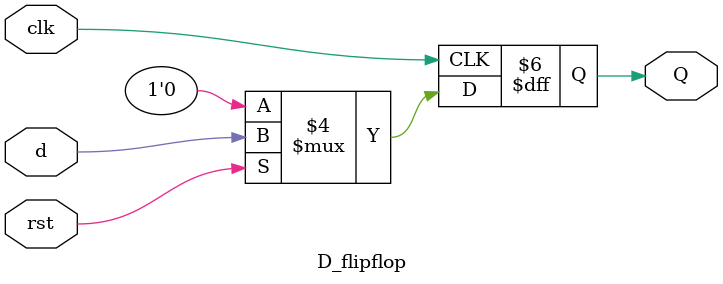
<source format=v>
module D_flipflop (
  
  
  input clk, rst, d, 
  
  output reg Q
  
); 
  
  
  
  always @(posedge clk) begin 
    if(!rst) begin 
      Q <= 0 ; 
    end 
    else begin 
      Q <= d; 
      
    end
    
  end 
  
endmodule 
</source>
